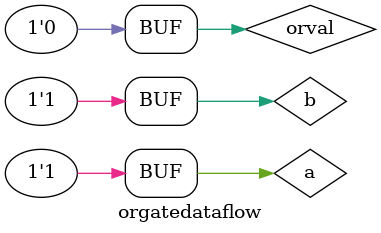
<source format=v>
module orgatedataflow;
reg a,b;
wire orval;
assign orval=a^b;
initial
begin
$monitor("a:%b b:%b orval:%b",a,b,orval);
a=1'b0;
b=1'b0;
#10
a=1'b0;
b=1'b1;
#10
a=1'b1;
b=1'b0;
#10
a=1'b1;
b=1'b1;
end
endmodule 
</source>
